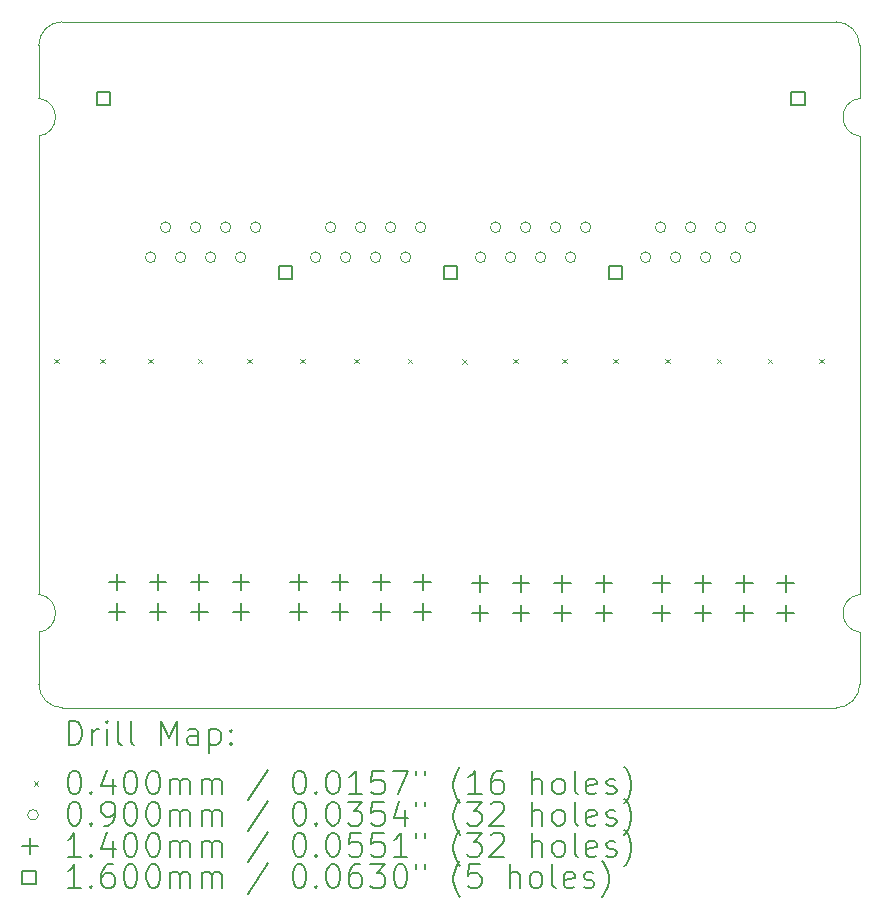
<source format=gbr>
%TF.GenerationSoftware,KiCad,Pcbnew,(6.0.9)*%
%TF.CreationDate,2023-11-10T22:20:47+05:30*%
%TF.ProjectId,RJ45-To-Terminal,524a3435-2d54-46f2-9d54-65726d696e61,2*%
%TF.SameCoordinates,Original*%
%TF.FileFunction,Drillmap*%
%TF.FilePolarity,Positive*%
%FSLAX45Y45*%
G04 Gerber Fmt 4.5, Leading zero omitted, Abs format (unit mm)*
G04 Created by KiCad (PCBNEW (6.0.9)) date 2023-11-10 22:20:47*
%MOMM*%
%LPD*%
G01*
G04 APERTURE LIST*
%ADD10C,0.050000*%
%ADD11C,0.200000*%
%ADD12C,0.040000*%
%ADD13C,0.090000*%
%ADD14C,0.140000*%
%ADD15C,0.160000*%
G04 APERTURE END LIST*
D10*
X11489600Y-7168200D02*
X11489600Y-11048200D01*
X11488019Y-6399981D02*
X11489600Y-6848200D01*
X11688019Y-6199981D02*
G75*
G03*
X11488019Y-6399981I0J-200000D01*
G01*
X11688019Y-6199981D02*
X18238019Y-6199981D01*
X18438019Y-6399981D02*
G75*
G03*
X18238019Y-6199981I-200000J0D01*
G01*
X18439600Y-7168200D02*
X18439600Y-11048200D01*
X18439600Y-11368200D02*
X18439600Y-11808200D01*
X18239600Y-12008200D02*
X11689600Y-12008200D01*
X18239600Y-12008200D02*
G75*
G03*
X18439600Y-11808200I0J200000D01*
G01*
X18439600Y-6848200D02*
G75*
G03*
X18439600Y-7168200I20070J-160000D01*
G01*
X11489600Y-11808200D02*
X11489600Y-11368200D01*
X11489600Y-11368200D02*
G75*
G03*
X11489600Y-11048200I-20070J160000D01*
G01*
X18439600Y-11048200D02*
G75*
G03*
X18439600Y-11368200I20070J-160000D01*
G01*
X18439600Y-6848200D02*
X18438019Y-6399981D01*
X11489600Y-7168200D02*
G75*
G03*
X11489600Y-6848200I-20070J160000D01*
G01*
X11489600Y-11808200D02*
G75*
G03*
X11689600Y-12008200I200000J0D01*
G01*
D11*
D12*
X11620140Y-9052170D02*
X11660140Y-9092170D01*
X11660140Y-9052170D02*
X11620140Y-9092170D01*
X12007850Y-9052170D02*
X12047850Y-9092170D01*
X12047850Y-9052170D02*
X12007850Y-9092170D01*
X12414250Y-9052170D02*
X12454250Y-9092170D01*
X12454250Y-9052170D02*
X12414250Y-9092170D01*
X12833350Y-9052170D02*
X12873350Y-9092170D01*
X12873350Y-9052170D02*
X12833350Y-9092170D01*
X13252450Y-9052170D02*
X13292450Y-9092170D01*
X13292450Y-9052170D02*
X13252450Y-9092170D01*
X13701050Y-9052170D02*
X13741050Y-9092170D01*
X13741050Y-9052170D02*
X13701050Y-9092170D01*
X14158465Y-9052170D02*
X14198465Y-9092170D01*
X14198465Y-9052170D02*
X14158465Y-9092170D01*
X14611350Y-9052170D02*
X14651350Y-9092170D01*
X14651350Y-9052170D02*
X14611350Y-9092170D01*
X15074260Y-9056380D02*
X15114260Y-9096380D01*
X15114260Y-9056380D02*
X15074260Y-9096380D01*
X15504930Y-9052170D02*
X15544930Y-9092170D01*
X15544930Y-9052170D02*
X15504930Y-9092170D01*
X15921700Y-9052170D02*
X15961700Y-9092170D01*
X15961700Y-9052170D02*
X15921700Y-9092170D01*
X16352750Y-9052170D02*
X16392750Y-9092170D01*
X16392750Y-9052170D02*
X16352750Y-9092170D01*
X16794930Y-9052170D02*
X16834930Y-9092170D01*
X16834930Y-9052170D02*
X16794930Y-9092170D01*
X17229050Y-9052170D02*
X17269050Y-9092170D01*
X17269050Y-9052170D02*
X17229050Y-9092170D01*
X17660850Y-9052170D02*
X17700850Y-9092170D01*
X17700850Y-9052170D02*
X17660850Y-9092170D01*
X18093480Y-9052170D02*
X18133480Y-9092170D01*
X18133480Y-9052170D02*
X18093480Y-9092170D01*
D13*
X12480840Y-8193940D02*
G75*
G03*
X12480840Y-8193940I-45000J0D01*
G01*
X12607840Y-7939940D02*
G75*
G03*
X12607840Y-7939940I-45000J0D01*
G01*
X12734840Y-8193940D02*
G75*
G03*
X12734840Y-8193940I-45000J0D01*
G01*
X12861840Y-7939940D02*
G75*
G03*
X12861840Y-7939940I-45000J0D01*
G01*
X12988840Y-8193940D02*
G75*
G03*
X12988840Y-8193940I-45000J0D01*
G01*
X13115840Y-7939940D02*
G75*
G03*
X13115840Y-7939940I-45000J0D01*
G01*
X13242840Y-8193940D02*
G75*
G03*
X13242840Y-8193940I-45000J0D01*
G01*
X13369840Y-7939940D02*
G75*
G03*
X13369840Y-7939940I-45000J0D01*
G01*
X13877840Y-8193940D02*
G75*
G03*
X13877840Y-8193940I-45000J0D01*
G01*
X14004840Y-7939940D02*
G75*
G03*
X14004840Y-7939940I-45000J0D01*
G01*
X14131840Y-8193940D02*
G75*
G03*
X14131840Y-8193940I-45000J0D01*
G01*
X14258840Y-7939940D02*
G75*
G03*
X14258840Y-7939940I-45000J0D01*
G01*
X14385840Y-8193940D02*
G75*
G03*
X14385840Y-8193940I-45000J0D01*
G01*
X14512840Y-7939940D02*
G75*
G03*
X14512840Y-7939940I-45000J0D01*
G01*
X14639840Y-8193940D02*
G75*
G03*
X14639840Y-8193940I-45000J0D01*
G01*
X14766840Y-7939940D02*
G75*
G03*
X14766840Y-7939940I-45000J0D01*
G01*
X15274840Y-8193940D02*
G75*
G03*
X15274840Y-8193940I-45000J0D01*
G01*
X15401840Y-7939940D02*
G75*
G03*
X15401840Y-7939940I-45000J0D01*
G01*
X15528840Y-8193940D02*
G75*
G03*
X15528840Y-8193940I-45000J0D01*
G01*
X15655840Y-7939940D02*
G75*
G03*
X15655840Y-7939940I-45000J0D01*
G01*
X15782840Y-8193940D02*
G75*
G03*
X15782840Y-8193940I-45000J0D01*
G01*
X15909840Y-7939940D02*
G75*
G03*
X15909840Y-7939940I-45000J0D01*
G01*
X16036840Y-8193940D02*
G75*
G03*
X16036840Y-8193940I-45000J0D01*
G01*
X16163840Y-7939940D02*
G75*
G03*
X16163840Y-7939940I-45000J0D01*
G01*
X16671840Y-8193940D02*
G75*
G03*
X16671840Y-8193940I-45000J0D01*
G01*
X16798840Y-7939940D02*
G75*
G03*
X16798840Y-7939940I-45000J0D01*
G01*
X16925840Y-8193940D02*
G75*
G03*
X16925840Y-8193940I-45000J0D01*
G01*
X17052840Y-7939940D02*
G75*
G03*
X17052840Y-7939940I-45000J0D01*
G01*
X17179840Y-8193940D02*
G75*
G03*
X17179840Y-8193940I-45000J0D01*
G01*
X17306840Y-7939940D02*
G75*
G03*
X17306840Y-7939940I-45000J0D01*
G01*
X17433840Y-8193940D02*
G75*
G03*
X17433840Y-8193940I-45000J0D01*
G01*
X17560840Y-7939940D02*
G75*
G03*
X17560840Y-7939940I-45000J0D01*
G01*
D14*
X12149600Y-10873730D02*
X12149600Y-11013730D01*
X12079600Y-10943730D02*
X12219600Y-10943730D01*
X12149600Y-11123730D02*
X12149600Y-11263730D01*
X12079600Y-11193730D02*
X12219600Y-11193730D01*
X12499600Y-10873730D02*
X12499600Y-11013730D01*
X12429600Y-10943730D02*
X12569600Y-10943730D01*
X12499600Y-11123730D02*
X12499600Y-11263730D01*
X12429600Y-11193730D02*
X12569600Y-11193730D01*
X12849600Y-10873730D02*
X12849600Y-11013730D01*
X12779600Y-10943730D02*
X12919600Y-10943730D01*
X12849600Y-11123730D02*
X12849600Y-11263730D01*
X12779600Y-11193730D02*
X12919600Y-11193730D01*
X13199600Y-10873730D02*
X13199600Y-11013730D01*
X13129600Y-10943730D02*
X13269600Y-10943730D01*
X13199600Y-11123730D02*
X13199600Y-11263730D01*
X13129600Y-11193730D02*
X13269600Y-11193730D01*
X13688840Y-10873730D02*
X13688840Y-11013730D01*
X13618840Y-10943730D02*
X13758840Y-10943730D01*
X13688840Y-11123730D02*
X13688840Y-11263730D01*
X13618840Y-11193730D02*
X13758840Y-11193730D01*
X14038840Y-10873730D02*
X14038840Y-11013730D01*
X13968840Y-10943730D02*
X14108840Y-10943730D01*
X14038840Y-11123730D02*
X14038840Y-11263730D01*
X13968840Y-11193730D02*
X14108840Y-11193730D01*
X14388840Y-10873730D02*
X14388840Y-11013730D01*
X14318840Y-10943730D02*
X14458840Y-10943730D01*
X14388840Y-11123730D02*
X14388840Y-11263730D01*
X14318840Y-11193730D02*
X14458840Y-11193730D01*
X14738840Y-10873730D02*
X14738840Y-11013730D01*
X14668840Y-10943730D02*
X14808840Y-10943730D01*
X14738840Y-11123730D02*
X14738840Y-11263730D01*
X14668840Y-11193730D02*
X14808840Y-11193730D01*
X15223000Y-10883890D02*
X15223000Y-11023890D01*
X15153000Y-10953890D02*
X15293000Y-10953890D01*
X15223000Y-11133890D02*
X15223000Y-11273890D01*
X15153000Y-11203890D02*
X15293000Y-11203890D01*
X15573000Y-10883890D02*
X15573000Y-11023890D01*
X15503000Y-10953890D02*
X15643000Y-10953890D01*
X15573000Y-11133890D02*
X15573000Y-11273890D01*
X15503000Y-11203890D02*
X15643000Y-11203890D01*
X15923000Y-10883890D02*
X15923000Y-11023890D01*
X15853000Y-10953890D02*
X15993000Y-10953890D01*
X15923000Y-11133890D02*
X15923000Y-11273890D01*
X15853000Y-11203890D02*
X15993000Y-11203890D01*
X16273000Y-10883890D02*
X16273000Y-11023890D01*
X16203000Y-10953890D02*
X16343000Y-10953890D01*
X16273000Y-11133890D02*
X16273000Y-11273890D01*
X16203000Y-11203890D02*
X16343000Y-11203890D01*
X16762240Y-10883890D02*
X16762240Y-11023890D01*
X16692240Y-10953890D02*
X16832240Y-10953890D01*
X16762240Y-11133890D02*
X16762240Y-11273890D01*
X16692240Y-11203890D02*
X16832240Y-11203890D01*
X17112240Y-10883890D02*
X17112240Y-11023890D01*
X17042240Y-10953890D02*
X17182240Y-10953890D01*
X17112240Y-11133890D02*
X17112240Y-11273890D01*
X17042240Y-11203890D02*
X17182240Y-11203890D01*
X17462240Y-10883890D02*
X17462240Y-11023890D01*
X17392240Y-10953890D02*
X17532240Y-10953890D01*
X17462240Y-11133890D02*
X17462240Y-11273890D01*
X17392240Y-11203890D02*
X17532240Y-11203890D01*
X17812240Y-10883890D02*
X17812240Y-11023890D01*
X17742240Y-10953890D02*
X17882240Y-10953890D01*
X17812240Y-11133890D02*
X17812240Y-11273890D01*
X17742240Y-11203890D02*
X17882240Y-11203890D01*
D15*
X12092409Y-6904509D02*
X12092409Y-6791371D01*
X11979271Y-6791371D01*
X11979271Y-6904509D01*
X12092409Y-6904509D01*
X13635409Y-8377509D02*
X13635409Y-8264371D01*
X13522271Y-8264371D01*
X13522271Y-8377509D01*
X13635409Y-8377509D01*
X15032409Y-8377509D02*
X15032409Y-8264371D01*
X14919271Y-8264371D01*
X14919271Y-8377509D01*
X15032409Y-8377509D01*
X16429409Y-8377509D02*
X16429409Y-8264371D01*
X16316271Y-8264371D01*
X16316271Y-8377509D01*
X16429409Y-8377509D01*
X17972409Y-6904509D02*
X17972409Y-6791371D01*
X17859271Y-6791371D01*
X17859271Y-6904509D01*
X17972409Y-6904509D01*
D11*
X11743138Y-12321176D02*
X11743138Y-12121176D01*
X11790757Y-12121176D01*
X11819328Y-12130700D01*
X11838376Y-12149748D01*
X11847899Y-12168795D01*
X11857423Y-12206890D01*
X11857423Y-12235462D01*
X11847899Y-12273557D01*
X11838376Y-12292605D01*
X11819328Y-12311652D01*
X11790757Y-12321176D01*
X11743138Y-12321176D01*
X11943138Y-12321176D02*
X11943138Y-12187843D01*
X11943138Y-12225938D02*
X11952661Y-12206890D01*
X11962185Y-12197367D01*
X11981233Y-12187843D01*
X12000280Y-12187843D01*
X12066947Y-12321176D02*
X12066947Y-12187843D01*
X12066947Y-12121176D02*
X12057423Y-12130700D01*
X12066947Y-12140224D01*
X12076471Y-12130700D01*
X12066947Y-12121176D01*
X12066947Y-12140224D01*
X12190757Y-12321176D02*
X12171709Y-12311652D01*
X12162185Y-12292605D01*
X12162185Y-12121176D01*
X12295519Y-12321176D02*
X12276471Y-12311652D01*
X12266947Y-12292605D01*
X12266947Y-12121176D01*
X12524090Y-12321176D02*
X12524090Y-12121176D01*
X12590757Y-12264033D01*
X12657423Y-12121176D01*
X12657423Y-12321176D01*
X12838376Y-12321176D02*
X12838376Y-12216414D01*
X12828852Y-12197367D01*
X12809804Y-12187843D01*
X12771709Y-12187843D01*
X12752661Y-12197367D01*
X12838376Y-12311652D02*
X12819328Y-12321176D01*
X12771709Y-12321176D01*
X12752661Y-12311652D01*
X12743138Y-12292605D01*
X12743138Y-12273557D01*
X12752661Y-12254509D01*
X12771709Y-12244986D01*
X12819328Y-12244986D01*
X12838376Y-12235462D01*
X12933614Y-12187843D02*
X12933614Y-12387843D01*
X12933614Y-12197367D02*
X12952661Y-12187843D01*
X12990757Y-12187843D01*
X13009804Y-12197367D01*
X13019328Y-12206890D01*
X13028852Y-12225938D01*
X13028852Y-12283081D01*
X13019328Y-12302128D01*
X13009804Y-12311652D01*
X12990757Y-12321176D01*
X12952661Y-12321176D01*
X12933614Y-12311652D01*
X13114566Y-12302128D02*
X13124090Y-12311652D01*
X13114566Y-12321176D01*
X13105042Y-12311652D01*
X13114566Y-12302128D01*
X13114566Y-12321176D01*
X13114566Y-12197367D02*
X13124090Y-12206890D01*
X13114566Y-12216414D01*
X13105042Y-12206890D01*
X13114566Y-12197367D01*
X13114566Y-12216414D01*
D12*
X11445519Y-12630700D02*
X11485519Y-12670700D01*
X11485519Y-12630700D02*
X11445519Y-12670700D01*
D11*
X11781233Y-12541176D02*
X11800280Y-12541176D01*
X11819328Y-12550700D01*
X11828852Y-12560224D01*
X11838376Y-12579271D01*
X11847899Y-12617367D01*
X11847899Y-12664986D01*
X11838376Y-12703081D01*
X11828852Y-12722128D01*
X11819328Y-12731652D01*
X11800280Y-12741176D01*
X11781233Y-12741176D01*
X11762185Y-12731652D01*
X11752661Y-12722128D01*
X11743138Y-12703081D01*
X11733614Y-12664986D01*
X11733614Y-12617367D01*
X11743138Y-12579271D01*
X11752661Y-12560224D01*
X11762185Y-12550700D01*
X11781233Y-12541176D01*
X11933614Y-12722128D02*
X11943138Y-12731652D01*
X11933614Y-12741176D01*
X11924090Y-12731652D01*
X11933614Y-12722128D01*
X11933614Y-12741176D01*
X12114566Y-12607843D02*
X12114566Y-12741176D01*
X12066947Y-12531652D02*
X12019328Y-12674509D01*
X12143138Y-12674509D01*
X12257423Y-12541176D02*
X12276471Y-12541176D01*
X12295519Y-12550700D01*
X12305042Y-12560224D01*
X12314566Y-12579271D01*
X12324090Y-12617367D01*
X12324090Y-12664986D01*
X12314566Y-12703081D01*
X12305042Y-12722128D01*
X12295519Y-12731652D01*
X12276471Y-12741176D01*
X12257423Y-12741176D01*
X12238376Y-12731652D01*
X12228852Y-12722128D01*
X12219328Y-12703081D01*
X12209804Y-12664986D01*
X12209804Y-12617367D01*
X12219328Y-12579271D01*
X12228852Y-12560224D01*
X12238376Y-12550700D01*
X12257423Y-12541176D01*
X12447899Y-12541176D02*
X12466947Y-12541176D01*
X12485995Y-12550700D01*
X12495519Y-12560224D01*
X12505042Y-12579271D01*
X12514566Y-12617367D01*
X12514566Y-12664986D01*
X12505042Y-12703081D01*
X12495519Y-12722128D01*
X12485995Y-12731652D01*
X12466947Y-12741176D01*
X12447899Y-12741176D01*
X12428852Y-12731652D01*
X12419328Y-12722128D01*
X12409804Y-12703081D01*
X12400280Y-12664986D01*
X12400280Y-12617367D01*
X12409804Y-12579271D01*
X12419328Y-12560224D01*
X12428852Y-12550700D01*
X12447899Y-12541176D01*
X12600280Y-12741176D02*
X12600280Y-12607843D01*
X12600280Y-12626890D02*
X12609804Y-12617367D01*
X12628852Y-12607843D01*
X12657423Y-12607843D01*
X12676471Y-12617367D01*
X12685995Y-12636414D01*
X12685995Y-12741176D01*
X12685995Y-12636414D02*
X12695519Y-12617367D01*
X12714566Y-12607843D01*
X12743138Y-12607843D01*
X12762185Y-12617367D01*
X12771709Y-12636414D01*
X12771709Y-12741176D01*
X12866947Y-12741176D02*
X12866947Y-12607843D01*
X12866947Y-12626890D02*
X12876471Y-12617367D01*
X12895519Y-12607843D01*
X12924090Y-12607843D01*
X12943138Y-12617367D01*
X12952661Y-12636414D01*
X12952661Y-12741176D01*
X12952661Y-12636414D02*
X12962185Y-12617367D01*
X12981233Y-12607843D01*
X13009804Y-12607843D01*
X13028852Y-12617367D01*
X13038376Y-12636414D01*
X13038376Y-12741176D01*
X13428852Y-12531652D02*
X13257423Y-12788795D01*
X13685995Y-12541176D02*
X13705042Y-12541176D01*
X13724090Y-12550700D01*
X13733614Y-12560224D01*
X13743138Y-12579271D01*
X13752661Y-12617367D01*
X13752661Y-12664986D01*
X13743138Y-12703081D01*
X13733614Y-12722128D01*
X13724090Y-12731652D01*
X13705042Y-12741176D01*
X13685995Y-12741176D01*
X13666947Y-12731652D01*
X13657423Y-12722128D01*
X13647899Y-12703081D01*
X13638376Y-12664986D01*
X13638376Y-12617367D01*
X13647899Y-12579271D01*
X13657423Y-12560224D01*
X13666947Y-12550700D01*
X13685995Y-12541176D01*
X13838376Y-12722128D02*
X13847899Y-12731652D01*
X13838376Y-12741176D01*
X13828852Y-12731652D01*
X13838376Y-12722128D01*
X13838376Y-12741176D01*
X13971709Y-12541176D02*
X13990757Y-12541176D01*
X14009804Y-12550700D01*
X14019328Y-12560224D01*
X14028852Y-12579271D01*
X14038376Y-12617367D01*
X14038376Y-12664986D01*
X14028852Y-12703081D01*
X14019328Y-12722128D01*
X14009804Y-12731652D01*
X13990757Y-12741176D01*
X13971709Y-12741176D01*
X13952661Y-12731652D01*
X13943138Y-12722128D01*
X13933614Y-12703081D01*
X13924090Y-12664986D01*
X13924090Y-12617367D01*
X13933614Y-12579271D01*
X13943138Y-12560224D01*
X13952661Y-12550700D01*
X13971709Y-12541176D01*
X14228852Y-12741176D02*
X14114566Y-12741176D01*
X14171709Y-12741176D02*
X14171709Y-12541176D01*
X14152661Y-12569748D01*
X14133614Y-12588795D01*
X14114566Y-12598319D01*
X14409804Y-12541176D02*
X14314566Y-12541176D01*
X14305042Y-12636414D01*
X14314566Y-12626890D01*
X14333614Y-12617367D01*
X14381233Y-12617367D01*
X14400280Y-12626890D01*
X14409804Y-12636414D01*
X14419328Y-12655462D01*
X14419328Y-12703081D01*
X14409804Y-12722128D01*
X14400280Y-12731652D01*
X14381233Y-12741176D01*
X14333614Y-12741176D01*
X14314566Y-12731652D01*
X14305042Y-12722128D01*
X14485995Y-12541176D02*
X14619328Y-12541176D01*
X14533614Y-12741176D01*
X14685995Y-12541176D02*
X14685995Y-12579271D01*
X14762185Y-12541176D02*
X14762185Y-12579271D01*
X15057423Y-12817367D02*
X15047899Y-12807843D01*
X15028852Y-12779271D01*
X15019328Y-12760224D01*
X15009804Y-12731652D01*
X15000280Y-12684033D01*
X15000280Y-12645938D01*
X15009804Y-12598319D01*
X15019328Y-12569748D01*
X15028852Y-12550700D01*
X15047899Y-12522128D01*
X15057423Y-12512605D01*
X15238376Y-12741176D02*
X15124090Y-12741176D01*
X15181233Y-12741176D02*
X15181233Y-12541176D01*
X15162185Y-12569748D01*
X15143138Y-12588795D01*
X15124090Y-12598319D01*
X15409804Y-12541176D02*
X15371709Y-12541176D01*
X15352661Y-12550700D01*
X15343138Y-12560224D01*
X15324090Y-12588795D01*
X15314566Y-12626890D01*
X15314566Y-12703081D01*
X15324090Y-12722128D01*
X15333614Y-12731652D01*
X15352661Y-12741176D01*
X15390757Y-12741176D01*
X15409804Y-12731652D01*
X15419328Y-12722128D01*
X15428852Y-12703081D01*
X15428852Y-12655462D01*
X15419328Y-12636414D01*
X15409804Y-12626890D01*
X15390757Y-12617367D01*
X15352661Y-12617367D01*
X15333614Y-12626890D01*
X15324090Y-12636414D01*
X15314566Y-12655462D01*
X15666947Y-12741176D02*
X15666947Y-12541176D01*
X15752661Y-12741176D02*
X15752661Y-12636414D01*
X15743138Y-12617367D01*
X15724090Y-12607843D01*
X15695518Y-12607843D01*
X15676471Y-12617367D01*
X15666947Y-12626890D01*
X15876471Y-12741176D02*
X15857423Y-12731652D01*
X15847899Y-12722128D01*
X15838376Y-12703081D01*
X15838376Y-12645938D01*
X15847899Y-12626890D01*
X15857423Y-12617367D01*
X15876471Y-12607843D01*
X15905042Y-12607843D01*
X15924090Y-12617367D01*
X15933614Y-12626890D01*
X15943138Y-12645938D01*
X15943138Y-12703081D01*
X15933614Y-12722128D01*
X15924090Y-12731652D01*
X15905042Y-12741176D01*
X15876471Y-12741176D01*
X16057423Y-12741176D02*
X16038376Y-12731652D01*
X16028852Y-12712605D01*
X16028852Y-12541176D01*
X16209804Y-12731652D02*
X16190757Y-12741176D01*
X16152661Y-12741176D01*
X16133614Y-12731652D01*
X16124090Y-12712605D01*
X16124090Y-12636414D01*
X16133614Y-12617367D01*
X16152661Y-12607843D01*
X16190757Y-12607843D01*
X16209804Y-12617367D01*
X16219328Y-12636414D01*
X16219328Y-12655462D01*
X16124090Y-12674509D01*
X16295518Y-12731652D02*
X16314566Y-12741176D01*
X16352661Y-12741176D01*
X16371709Y-12731652D01*
X16381233Y-12712605D01*
X16381233Y-12703081D01*
X16371709Y-12684033D01*
X16352661Y-12674509D01*
X16324090Y-12674509D01*
X16305042Y-12664986D01*
X16295518Y-12645938D01*
X16295518Y-12636414D01*
X16305042Y-12617367D01*
X16324090Y-12607843D01*
X16352661Y-12607843D01*
X16371709Y-12617367D01*
X16447899Y-12817367D02*
X16457423Y-12807843D01*
X16476471Y-12779271D01*
X16485995Y-12760224D01*
X16495518Y-12731652D01*
X16505042Y-12684033D01*
X16505042Y-12645938D01*
X16495518Y-12598319D01*
X16485995Y-12569748D01*
X16476471Y-12550700D01*
X16457423Y-12522128D01*
X16447899Y-12512605D01*
D13*
X11485519Y-12914700D02*
G75*
G03*
X11485519Y-12914700I-45000J0D01*
G01*
D11*
X11781233Y-12805176D02*
X11800280Y-12805176D01*
X11819328Y-12814700D01*
X11828852Y-12824224D01*
X11838376Y-12843271D01*
X11847899Y-12881367D01*
X11847899Y-12928986D01*
X11838376Y-12967081D01*
X11828852Y-12986128D01*
X11819328Y-12995652D01*
X11800280Y-13005176D01*
X11781233Y-13005176D01*
X11762185Y-12995652D01*
X11752661Y-12986128D01*
X11743138Y-12967081D01*
X11733614Y-12928986D01*
X11733614Y-12881367D01*
X11743138Y-12843271D01*
X11752661Y-12824224D01*
X11762185Y-12814700D01*
X11781233Y-12805176D01*
X11933614Y-12986128D02*
X11943138Y-12995652D01*
X11933614Y-13005176D01*
X11924090Y-12995652D01*
X11933614Y-12986128D01*
X11933614Y-13005176D01*
X12038376Y-13005176D02*
X12076471Y-13005176D01*
X12095519Y-12995652D01*
X12105042Y-12986128D01*
X12124090Y-12957557D01*
X12133614Y-12919462D01*
X12133614Y-12843271D01*
X12124090Y-12824224D01*
X12114566Y-12814700D01*
X12095519Y-12805176D01*
X12057423Y-12805176D01*
X12038376Y-12814700D01*
X12028852Y-12824224D01*
X12019328Y-12843271D01*
X12019328Y-12890890D01*
X12028852Y-12909938D01*
X12038376Y-12919462D01*
X12057423Y-12928986D01*
X12095519Y-12928986D01*
X12114566Y-12919462D01*
X12124090Y-12909938D01*
X12133614Y-12890890D01*
X12257423Y-12805176D02*
X12276471Y-12805176D01*
X12295519Y-12814700D01*
X12305042Y-12824224D01*
X12314566Y-12843271D01*
X12324090Y-12881367D01*
X12324090Y-12928986D01*
X12314566Y-12967081D01*
X12305042Y-12986128D01*
X12295519Y-12995652D01*
X12276471Y-13005176D01*
X12257423Y-13005176D01*
X12238376Y-12995652D01*
X12228852Y-12986128D01*
X12219328Y-12967081D01*
X12209804Y-12928986D01*
X12209804Y-12881367D01*
X12219328Y-12843271D01*
X12228852Y-12824224D01*
X12238376Y-12814700D01*
X12257423Y-12805176D01*
X12447899Y-12805176D02*
X12466947Y-12805176D01*
X12485995Y-12814700D01*
X12495519Y-12824224D01*
X12505042Y-12843271D01*
X12514566Y-12881367D01*
X12514566Y-12928986D01*
X12505042Y-12967081D01*
X12495519Y-12986128D01*
X12485995Y-12995652D01*
X12466947Y-13005176D01*
X12447899Y-13005176D01*
X12428852Y-12995652D01*
X12419328Y-12986128D01*
X12409804Y-12967081D01*
X12400280Y-12928986D01*
X12400280Y-12881367D01*
X12409804Y-12843271D01*
X12419328Y-12824224D01*
X12428852Y-12814700D01*
X12447899Y-12805176D01*
X12600280Y-13005176D02*
X12600280Y-12871843D01*
X12600280Y-12890890D02*
X12609804Y-12881367D01*
X12628852Y-12871843D01*
X12657423Y-12871843D01*
X12676471Y-12881367D01*
X12685995Y-12900414D01*
X12685995Y-13005176D01*
X12685995Y-12900414D02*
X12695519Y-12881367D01*
X12714566Y-12871843D01*
X12743138Y-12871843D01*
X12762185Y-12881367D01*
X12771709Y-12900414D01*
X12771709Y-13005176D01*
X12866947Y-13005176D02*
X12866947Y-12871843D01*
X12866947Y-12890890D02*
X12876471Y-12881367D01*
X12895519Y-12871843D01*
X12924090Y-12871843D01*
X12943138Y-12881367D01*
X12952661Y-12900414D01*
X12952661Y-13005176D01*
X12952661Y-12900414D02*
X12962185Y-12881367D01*
X12981233Y-12871843D01*
X13009804Y-12871843D01*
X13028852Y-12881367D01*
X13038376Y-12900414D01*
X13038376Y-13005176D01*
X13428852Y-12795652D02*
X13257423Y-13052795D01*
X13685995Y-12805176D02*
X13705042Y-12805176D01*
X13724090Y-12814700D01*
X13733614Y-12824224D01*
X13743138Y-12843271D01*
X13752661Y-12881367D01*
X13752661Y-12928986D01*
X13743138Y-12967081D01*
X13733614Y-12986128D01*
X13724090Y-12995652D01*
X13705042Y-13005176D01*
X13685995Y-13005176D01*
X13666947Y-12995652D01*
X13657423Y-12986128D01*
X13647899Y-12967081D01*
X13638376Y-12928986D01*
X13638376Y-12881367D01*
X13647899Y-12843271D01*
X13657423Y-12824224D01*
X13666947Y-12814700D01*
X13685995Y-12805176D01*
X13838376Y-12986128D02*
X13847899Y-12995652D01*
X13838376Y-13005176D01*
X13828852Y-12995652D01*
X13838376Y-12986128D01*
X13838376Y-13005176D01*
X13971709Y-12805176D02*
X13990757Y-12805176D01*
X14009804Y-12814700D01*
X14019328Y-12824224D01*
X14028852Y-12843271D01*
X14038376Y-12881367D01*
X14038376Y-12928986D01*
X14028852Y-12967081D01*
X14019328Y-12986128D01*
X14009804Y-12995652D01*
X13990757Y-13005176D01*
X13971709Y-13005176D01*
X13952661Y-12995652D01*
X13943138Y-12986128D01*
X13933614Y-12967081D01*
X13924090Y-12928986D01*
X13924090Y-12881367D01*
X13933614Y-12843271D01*
X13943138Y-12824224D01*
X13952661Y-12814700D01*
X13971709Y-12805176D01*
X14105042Y-12805176D02*
X14228852Y-12805176D01*
X14162185Y-12881367D01*
X14190757Y-12881367D01*
X14209804Y-12890890D01*
X14219328Y-12900414D01*
X14228852Y-12919462D01*
X14228852Y-12967081D01*
X14219328Y-12986128D01*
X14209804Y-12995652D01*
X14190757Y-13005176D01*
X14133614Y-13005176D01*
X14114566Y-12995652D01*
X14105042Y-12986128D01*
X14409804Y-12805176D02*
X14314566Y-12805176D01*
X14305042Y-12900414D01*
X14314566Y-12890890D01*
X14333614Y-12881367D01*
X14381233Y-12881367D01*
X14400280Y-12890890D01*
X14409804Y-12900414D01*
X14419328Y-12919462D01*
X14419328Y-12967081D01*
X14409804Y-12986128D01*
X14400280Y-12995652D01*
X14381233Y-13005176D01*
X14333614Y-13005176D01*
X14314566Y-12995652D01*
X14305042Y-12986128D01*
X14590757Y-12871843D02*
X14590757Y-13005176D01*
X14543138Y-12795652D02*
X14495519Y-12938509D01*
X14619328Y-12938509D01*
X14685995Y-12805176D02*
X14685995Y-12843271D01*
X14762185Y-12805176D02*
X14762185Y-12843271D01*
X15057423Y-13081367D02*
X15047899Y-13071843D01*
X15028852Y-13043271D01*
X15019328Y-13024224D01*
X15009804Y-12995652D01*
X15000280Y-12948033D01*
X15000280Y-12909938D01*
X15009804Y-12862319D01*
X15019328Y-12833748D01*
X15028852Y-12814700D01*
X15047899Y-12786128D01*
X15057423Y-12776605D01*
X15114566Y-12805176D02*
X15238376Y-12805176D01*
X15171709Y-12881367D01*
X15200280Y-12881367D01*
X15219328Y-12890890D01*
X15228852Y-12900414D01*
X15238376Y-12919462D01*
X15238376Y-12967081D01*
X15228852Y-12986128D01*
X15219328Y-12995652D01*
X15200280Y-13005176D01*
X15143138Y-13005176D01*
X15124090Y-12995652D01*
X15114566Y-12986128D01*
X15314566Y-12824224D02*
X15324090Y-12814700D01*
X15343138Y-12805176D01*
X15390757Y-12805176D01*
X15409804Y-12814700D01*
X15419328Y-12824224D01*
X15428852Y-12843271D01*
X15428852Y-12862319D01*
X15419328Y-12890890D01*
X15305042Y-13005176D01*
X15428852Y-13005176D01*
X15666947Y-13005176D02*
X15666947Y-12805176D01*
X15752661Y-13005176D02*
X15752661Y-12900414D01*
X15743138Y-12881367D01*
X15724090Y-12871843D01*
X15695518Y-12871843D01*
X15676471Y-12881367D01*
X15666947Y-12890890D01*
X15876471Y-13005176D02*
X15857423Y-12995652D01*
X15847899Y-12986128D01*
X15838376Y-12967081D01*
X15838376Y-12909938D01*
X15847899Y-12890890D01*
X15857423Y-12881367D01*
X15876471Y-12871843D01*
X15905042Y-12871843D01*
X15924090Y-12881367D01*
X15933614Y-12890890D01*
X15943138Y-12909938D01*
X15943138Y-12967081D01*
X15933614Y-12986128D01*
X15924090Y-12995652D01*
X15905042Y-13005176D01*
X15876471Y-13005176D01*
X16057423Y-13005176D02*
X16038376Y-12995652D01*
X16028852Y-12976605D01*
X16028852Y-12805176D01*
X16209804Y-12995652D02*
X16190757Y-13005176D01*
X16152661Y-13005176D01*
X16133614Y-12995652D01*
X16124090Y-12976605D01*
X16124090Y-12900414D01*
X16133614Y-12881367D01*
X16152661Y-12871843D01*
X16190757Y-12871843D01*
X16209804Y-12881367D01*
X16219328Y-12900414D01*
X16219328Y-12919462D01*
X16124090Y-12938509D01*
X16295518Y-12995652D02*
X16314566Y-13005176D01*
X16352661Y-13005176D01*
X16371709Y-12995652D01*
X16381233Y-12976605D01*
X16381233Y-12967081D01*
X16371709Y-12948033D01*
X16352661Y-12938509D01*
X16324090Y-12938509D01*
X16305042Y-12928986D01*
X16295518Y-12909938D01*
X16295518Y-12900414D01*
X16305042Y-12881367D01*
X16324090Y-12871843D01*
X16352661Y-12871843D01*
X16371709Y-12881367D01*
X16447899Y-13081367D02*
X16457423Y-13071843D01*
X16476471Y-13043271D01*
X16485995Y-13024224D01*
X16495518Y-12995652D01*
X16505042Y-12948033D01*
X16505042Y-12909938D01*
X16495518Y-12862319D01*
X16485995Y-12833748D01*
X16476471Y-12814700D01*
X16457423Y-12786128D01*
X16447899Y-12776605D01*
D14*
X11415519Y-13108700D02*
X11415519Y-13248700D01*
X11345519Y-13178700D02*
X11485519Y-13178700D01*
D11*
X11847899Y-13269176D02*
X11733614Y-13269176D01*
X11790757Y-13269176D02*
X11790757Y-13069176D01*
X11771709Y-13097748D01*
X11752661Y-13116795D01*
X11733614Y-13126319D01*
X11933614Y-13250128D02*
X11943138Y-13259652D01*
X11933614Y-13269176D01*
X11924090Y-13259652D01*
X11933614Y-13250128D01*
X11933614Y-13269176D01*
X12114566Y-13135843D02*
X12114566Y-13269176D01*
X12066947Y-13059652D02*
X12019328Y-13202509D01*
X12143138Y-13202509D01*
X12257423Y-13069176D02*
X12276471Y-13069176D01*
X12295519Y-13078700D01*
X12305042Y-13088224D01*
X12314566Y-13107271D01*
X12324090Y-13145367D01*
X12324090Y-13192986D01*
X12314566Y-13231081D01*
X12305042Y-13250128D01*
X12295519Y-13259652D01*
X12276471Y-13269176D01*
X12257423Y-13269176D01*
X12238376Y-13259652D01*
X12228852Y-13250128D01*
X12219328Y-13231081D01*
X12209804Y-13192986D01*
X12209804Y-13145367D01*
X12219328Y-13107271D01*
X12228852Y-13088224D01*
X12238376Y-13078700D01*
X12257423Y-13069176D01*
X12447899Y-13069176D02*
X12466947Y-13069176D01*
X12485995Y-13078700D01*
X12495519Y-13088224D01*
X12505042Y-13107271D01*
X12514566Y-13145367D01*
X12514566Y-13192986D01*
X12505042Y-13231081D01*
X12495519Y-13250128D01*
X12485995Y-13259652D01*
X12466947Y-13269176D01*
X12447899Y-13269176D01*
X12428852Y-13259652D01*
X12419328Y-13250128D01*
X12409804Y-13231081D01*
X12400280Y-13192986D01*
X12400280Y-13145367D01*
X12409804Y-13107271D01*
X12419328Y-13088224D01*
X12428852Y-13078700D01*
X12447899Y-13069176D01*
X12600280Y-13269176D02*
X12600280Y-13135843D01*
X12600280Y-13154890D02*
X12609804Y-13145367D01*
X12628852Y-13135843D01*
X12657423Y-13135843D01*
X12676471Y-13145367D01*
X12685995Y-13164414D01*
X12685995Y-13269176D01*
X12685995Y-13164414D02*
X12695519Y-13145367D01*
X12714566Y-13135843D01*
X12743138Y-13135843D01*
X12762185Y-13145367D01*
X12771709Y-13164414D01*
X12771709Y-13269176D01*
X12866947Y-13269176D02*
X12866947Y-13135843D01*
X12866947Y-13154890D02*
X12876471Y-13145367D01*
X12895519Y-13135843D01*
X12924090Y-13135843D01*
X12943138Y-13145367D01*
X12952661Y-13164414D01*
X12952661Y-13269176D01*
X12952661Y-13164414D02*
X12962185Y-13145367D01*
X12981233Y-13135843D01*
X13009804Y-13135843D01*
X13028852Y-13145367D01*
X13038376Y-13164414D01*
X13038376Y-13269176D01*
X13428852Y-13059652D02*
X13257423Y-13316795D01*
X13685995Y-13069176D02*
X13705042Y-13069176D01*
X13724090Y-13078700D01*
X13733614Y-13088224D01*
X13743138Y-13107271D01*
X13752661Y-13145367D01*
X13752661Y-13192986D01*
X13743138Y-13231081D01*
X13733614Y-13250128D01*
X13724090Y-13259652D01*
X13705042Y-13269176D01*
X13685995Y-13269176D01*
X13666947Y-13259652D01*
X13657423Y-13250128D01*
X13647899Y-13231081D01*
X13638376Y-13192986D01*
X13638376Y-13145367D01*
X13647899Y-13107271D01*
X13657423Y-13088224D01*
X13666947Y-13078700D01*
X13685995Y-13069176D01*
X13838376Y-13250128D02*
X13847899Y-13259652D01*
X13838376Y-13269176D01*
X13828852Y-13259652D01*
X13838376Y-13250128D01*
X13838376Y-13269176D01*
X13971709Y-13069176D02*
X13990757Y-13069176D01*
X14009804Y-13078700D01*
X14019328Y-13088224D01*
X14028852Y-13107271D01*
X14038376Y-13145367D01*
X14038376Y-13192986D01*
X14028852Y-13231081D01*
X14019328Y-13250128D01*
X14009804Y-13259652D01*
X13990757Y-13269176D01*
X13971709Y-13269176D01*
X13952661Y-13259652D01*
X13943138Y-13250128D01*
X13933614Y-13231081D01*
X13924090Y-13192986D01*
X13924090Y-13145367D01*
X13933614Y-13107271D01*
X13943138Y-13088224D01*
X13952661Y-13078700D01*
X13971709Y-13069176D01*
X14219328Y-13069176D02*
X14124090Y-13069176D01*
X14114566Y-13164414D01*
X14124090Y-13154890D01*
X14143138Y-13145367D01*
X14190757Y-13145367D01*
X14209804Y-13154890D01*
X14219328Y-13164414D01*
X14228852Y-13183462D01*
X14228852Y-13231081D01*
X14219328Y-13250128D01*
X14209804Y-13259652D01*
X14190757Y-13269176D01*
X14143138Y-13269176D01*
X14124090Y-13259652D01*
X14114566Y-13250128D01*
X14409804Y-13069176D02*
X14314566Y-13069176D01*
X14305042Y-13164414D01*
X14314566Y-13154890D01*
X14333614Y-13145367D01*
X14381233Y-13145367D01*
X14400280Y-13154890D01*
X14409804Y-13164414D01*
X14419328Y-13183462D01*
X14419328Y-13231081D01*
X14409804Y-13250128D01*
X14400280Y-13259652D01*
X14381233Y-13269176D01*
X14333614Y-13269176D01*
X14314566Y-13259652D01*
X14305042Y-13250128D01*
X14609804Y-13269176D02*
X14495519Y-13269176D01*
X14552661Y-13269176D02*
X14552661Y-13069176D01*
X14533614Y-13097748D01*
X14514566Y-13116795D01*
X14495519Y-13126319D01*
X14685995Y-13069176D02*
X14685995Y-13107271D01*
X14762185Y-13069176D02*
X14762185Y-13107271D01*
X15057423Y-13345367D02*
X15047899Y-13335843D01*
X15028852Y-13307271D01*
X15019328Y-13288224D01*
X15009804Y-13259652D01*
X15000280Y-13212033D01*
X15000280Y-13173938D01*
X15009804Y-13126319D01*
X15019328Y-13097748D01*
X15028852Y-13078700D01*
X15047899Y-13050128D01*
X15057423Y-13040605D01*
X15114566Y-13069176D02*
X15238376Y-13069176D01*
X15171709Y-13145367D01*
X15200280Y-13145367D01*
X15219328Y-13154890D01*
X15228852Y-13164414D01*
X15238376Y-13183462D01*
X15238376Y-13231081D01*
X15228852Y-13250128D01*
X15219328Y-13259652D01*
X15200280Y-13269176D01*
X15143138Y-13269176D01*
X15124090Y-13259652D01*
X15114566Y-13250128D01*
X15314566Y-13088224D02*
X15324090Y-13078700D01*
X15343138Y-13069176D01*
X15390757Y-13069176D01*
X15409804Y-13078700D01*
X15419328Y-13088224D01*
X15428852Y-13107271D01*
X15428852Y-13126319D01*
X15419328Y-13154890D01*
X15305042Y-13269176D01*
X15428852Y-13269176D01*
X15666947Y-13269176D02*
X15666947Y-13069176D01*
X15752661Y-13269176D02*
X15752661Y-13164414D01*
X15743138Y-13145367D01*
X15724090Y-13135843D01*
X15695518Y-13135843D01*
X15676471Y-13145367D01*
X15666947Y-13154890D01*
X15876471Y-13269176D02*
X15857423Y-13259652D01*
X15847899Y-13250128D01*
X15838376Y-13231081D01*
X15838376Y-13173938D01*
X15847899Y-13154890D01*
X15857423Y-13145367D01*
X15876471Y-13135843D01*
X15905042Y-13135843D01*
X15924090Y-13145367D01*
X15933614Y-13154890D01*
X15943138Y-13173938D01*
X15943138Y-13231081D01*
X15933614Y-13250128D01*
X15924090Y-13259652D01*
X15905042Y-13269176D01*
X15876471Y-13269176D01*
X16057423Y-13269176D02*
X16038376Y-13259652D01*
X16028852Y-13240605D01*
X16028852Y-13069176D01*
X16209804Y-13259652D02*
X16190757Y-13269176D01*
X16152661Y-13269176D01*
X16133614Y-13259652D01*
X16124090Y-13240605D01*
X16124090Y-13164414D01*
X16133614Y-13145367D01*
X16152661Y-13135843D01*
X16190757Y-13135843D01*
X16209804Y-13145367D01*
X16219328Y-13164414D01*
X16219328Y-13183462D01*
X16124090Y-13202509D01*
X16295518Y-13259652D02*
X16314566Y-13269176D01*
X16352661Y-13269176D01*
X16371709Y-13259652D01*
X16381233Y-13240605D01*
X16381233Y-13231081D01*
X16371709Y-13212033D01*
X16352661Y-13202509D01*
X16324090Y-13202509D01*
X16305042Y-13192986D01*
X16295518Y-13173938D01*
X16295518Y-13164414D01*
X16305042Y-13145367D01*
X16324090Y-13135843D01*
X16352661Y-13135843D01*
X16371709Y-13145367D01*
X16447899Y-13345367D02*
X16457423Y-13335843D01*
X16476471Y-13307271D01*
X16485995Y-13288224D01*
X16495518Y-13259652D01*
X16505042Y-13212033D01*
X16505042Y-13173938D01*
X16495518Y-13126319D01*
X16485995Y-13097748D01*
X16476471Y-13078700D01*
X16457423Y-13050128D01*
X16447899Y-13040605D01*
D15*
X11462088Y-13499269D02*
X11462088Y-13386131D01*
X11348949Y-13386131D01*
X11348949Y-13499269D01*
X11462088Y-13499269D01*
D11*
X11847899Y-13533176D02*
X11733614Y-13533176D01*
X11790757Y-13533176D02*
X11790757Y-13333176D01*
X11771709Y-13361748D01*
X11752661Y-13380795D01*
X11733614Y-13390319D01*
X11933614Y-13514128D02*
X11943138Y-13523652D01*
X11933614Y-13533176D01*
X11924090Y-13523652D01*
X11933614Y-13514128D01*
X11933614Y-13533176D01*
X12114566Y-13333176D02*
X12076471Y-13333176D01*
X12057423Y-13342700D01*
X12047899Y-13352224D01*
X12028852Y-13380795D01*
X12019328Y-13418890D01*
X12019328Y-13495081D01*
X12028852Y-13514128D01*
X12038376Y-13523652D01*
X12057423Y-13533176D01*
X12095519Y-13533176D01*
X12114566Y-13523652D01*
X12124090Y-13514128D01*
X12133614Y-13495081D01*
X12133614Y-13447462D01*
X12124090Y-13428414D01*
X12114566Y-13418890D01*
X12095519Y-13409367D01*
X12057423Y-13409367D01*
X12038376Y-13418890D01*
X12028852Y-13428414D01*
X12019328Y-13447462D01*
X12257423Y-13333176D02*
X12276471Y-13333176D01*
X12295519Y-13342700D01*
X12305042Y-13352224D01*
X12314566Y-13371271D01*
X12324090Y-13409367D01*
X12324090Y-13456986D01*
X12314566Y-13495081D01*
X12305042Y-13514128D01*
X12295519Y-13523652D01*
X12276471Y-13533176D01*
X12257423Y-13533176D01*
X12238376Y-13523652D01*
X12228852Y-13514128D01*
X12219328Y-13495081D01*
X12209804Y-13456986D01*
X12209804Y-13409367D01*
X12219328Y-13371271D01*
X12228852Y-13352224D01*
X12238376Y-13342700D01*
X12257423Y-13333176D01*
X12447899Y-13333176D02*
X12466947Y-13333176D01*
X12485995Y-13342700D01*
X12495519Y-13352224D01*
X12505042Y-13371271D01*
X12514566Y-13409367D01*
X12514566Y-13456986D01*
X12505042Y-13495081D01*
X12495519Y-13514128D01*
X12485995Y-13523652D01*
X12466947Y-13533176D01*
X12447899Y-13533176D01*
X12428852Y-13523652D01*
X12419328Y-13514128D01*
X12409804Y-13495081D01*
X12400280Y-13456986D01*
X12400280Y-13409367D01*
X12409804Y-13371271D01*
X12419328Y-13352224D01*
X12428852Y-13342700D01*
X12447899Y-13333176D01*
X12600280Y-13533176D02*
X12600280Y-13399843D01*
X12600280Y-13418890D02*
X12609804Y-13409367D01*
X12628852Y-13399843D01*
X12657423Y-13399843D01*
X12676471Y-13409367D01*
X12685995Y-13428414D01*
X12685995Y-13533176D01*
X12685995Y-13428414D02*
X12695519Y-13409367D01*
X12714566Y-13399843D01*
X12743138Y-13399843D01*
X12762185Y-13409367D01*
X12771709Y-13428414D01*
X12771709Y-13533176D01*
X12866947Y-13533176D02*
X12866947Y-13399843D01*
X12866947Y-13418890D02*
X12876471Y-13409367D01*
X12895519Y-13399843D01*
X12924090Y-13399843D01*
X12943138Y-13409367D01*
X12952661Y-13428414D01*
X12952661Y-13533176D01*
X12952661Y-13428414D02*
X12962185Y-13409367D01*
X12981233Y-13399843D01*
X13009804Y-13399843D01*
X13028852Y-13409367D01*
X13038376Y-13428414D01*
X13038376Y-13533176D01*
X13428852Y-13323652D02*
X13257423Y-13580795D01*
X13685995Y-13333176D02*
X13705042Y-13333176D01*
X13724090Y-13342700D01*
X13733614Y-13352224D01*
X13743138Y-13371271D01*
X13752661Y-13409367D01*
X13752661Y-13456986D01*
X13743138Y-13495081D01*
X13733614Y-13514128D01*
X13724090Y-13523652D01*
X13705042Y-13533176D01*
X13685995Y-13533176D01*
X13666947Y-13523652D01*
X13657423Y-13514128D01*
X13647899Y-13495081D01*
X13638376Y-13456986D01*
X13638376Y-13409367D01*
X13647899Y-13371271D01*
X13657423Y-13352224D01*
X13666947Y-13342700D01*
X13685995Y-13333176D01*
X13838376Y-13514128D02*
X13847899Y-13523652D01*
X13838376Y-13533176D01*
X13828852Y-13523652D01*
X13838376Y-13514128D01*
X13838376Y-13533176D01*
X13971709Y-13333176D02*
X13990757Y-13333176D01*
X14009804Y-13342700D01*
X14019328Y-13352224D01*
X14028852Y-13371271D01*
X14038376Y-13409367D01*
X14038376Y-13456986D01*
X14028852Y-13495081D01*
X14019328Y-13514128D01*
X14009804Y-13523652D01*
X13990757Y-13533176D01*
X13971709Y-13533176D01*
X13952661Y-13523652D01*
X13943138Y-13514128D01*
X13933614Y-13495081D01*
X13924090Y-13456986D01*
X13924090Y-13409367D01*
X13933614Y-13371271D01*
X13943138Y-13352224D01*
X13952661Y-13342700D01*
X13971709Y-13333176D01*
X14209804Y-13333176D02*
X14171709Y-13333176D01*
X14152661Y-13342700D01*
X14143138Y-13352224D01*
X14124090Y-13380795D01*
X14114566Y-13418890D01*
X14114566Y-13495081D01*
X14124090Y-13514128D01*
X14133614Y-13523652D01*
X14152661Y-13533176D01*
X14190757Y-13533176D01*
X14209804Y-13523652D01*
X14219328Y-13514128D01*
X14228852Y-13495081D01*
X14228852Y-13447462D01*
X14219328Y-13428414D01*
X14209804Y-13418890D01*
X14190757Y-13409367D01*
X14152661Y-13409367D01*
X14133614Y-13418890D01*
X14124090Y-13428414D01*
X14114566Y-13447462D01*
X14295519Y-13333176D02*
X14419328Y-13333176D01*
X14352661Y-13409367D01*
X14381233Y-13409367D01*
X14400280Y-13418890D01*
X14409804Y-13428414D01*
X14419328Y-13447462D01*
X14419328Y-13495081D01*
X14409804Y-13514128D01*
X14400280Y-13523652D01*
X14381233Y-13533176D01*
X14324090Y-13533176D01*
X14305042Y-13523652D01*
X14295519Y-13514128D01*
X14543138Y-13333176D02*
X14562185Y-13333176D01*
X14581233Y-13342700D01*
X14590757Y-13352224D01*
X14600280Y-13371271D01*
X14609804Y-13409367D01*
X14609804Y-13456986D01*
X14600280Y-13495081D01*
X14590757Y-13514128D01*
X14581233Y-13523652D01*
X14562185Y-13533176D01*
X14543138Y-13533176D01*
X14524090Y-13523652D01*
X14514566Y-13514128D01*
X14505042Y-13495081D01*
X14495519Y-13456986D01*
X14495519Y-13409367D01*
X14505042Y-13371271D01*
X14514566Y-13352224D01*
X14524090Y-13342700D01*
X14543138Y-13333176D01*
X14685995Y-13333176D02*
X14685995Y-13371271D01*
X14762185Y-13333176D02*
X14762185Y-13371271D01*
X15057423Y-13609367D02*
X15047899Y-13599843D01*
X15028852Y-13571271D01*
X15019328Y-13552224D01*
X15009804Y-13523652D01*
X15000280Y-13476033D01*
X15000280Y-13437938D01*
X15009804Y-13390319D01*
X15019328Y-13361748D01*
X15028852Y-13342700D01*
X15047899Y-13314128D01*
X15057423Y-13304605D01*
X15228852Y-13333176D02*
X15133614Y-13333176D01*
X15124090Y-13428414D01*
X15133614Y-13418890D01*
X15152661Y-13409367D01*
X15200280Y-13409367D01*
X15219328Y-13418890D01*
X15228852Y-13428414D01*
X15238376Y-13447462D01*
X15238376Y-13495081D01*
X15228852Y-13514128D01*
X15219328Y-13523652D01*
X15200280Y-13533176D01*
X15152661Y-13533176D01*
X15133614Y-13523652D01*
X15124090Y-13514128D01*
X15476471Y-13533176D02*
X15476471Y-13333176D01*
X15562185Y-13533176D02*
X15562185Y-13428414D01*
X15552661Y-13409367D01*
X15533614Y-13399843D01*
X15505042Y-13399843D01*
X15485995Y-13409367D01*
X15476471Y-13418890D01*
X15685995Y-13533176D02*
X15666947Y-13523652D01*
X15657423Y-13514128D01*
X15647899Y-13495081D01*
X15647899Y-13437938D01*
X15657423Y-13418890D01*
X15666947Y-13409367D01*
X15685995Y-13399843D01*
X15714566Y-13399843D01*
X15733614Y-13409367D01*
X15743138Y-13418890D01*
X15752661Y-13437938D01*
X15752661Y-13495081D01*
X15743138Y-13514128D01*
X15733614Y-13523652D01*
X15714566Y-13533176D01*
X15685995Y-13533176D01*
X15866947Y-13533176D02*
X15847899Y-13523652D01*
X15838376Y-13504605D01*
X15838376Y-13333176D01*
X16019328Y-13523652D02*
X16000280Y-13533176D01*
X15962185Y-13533176D01*
X15943138Y-13523652D01*
X15933614Y-13504605D01*
X15933614Y-13428414D01*
X15943138Y-13409367D01*
X15962185Y-13399843D01*
X16000280Y-13399843D01*
X16019328Y-13409367D01*
X16028852Y-13428414D01*
X16028852Y-13447462D01*
X15933614Y-13466509D01*
X16105042Y-13523652D02*
X16124090Y-13533176D01*
X16162185Y-13533176D01*
X16181233Y-13523652D01*
X16190757Y-13504605D01*
X16190757Y-13495081D01*
X16181233Y-13476033D01*
X16162185Y-13466509D01*
X16133614Y-13466509D01*
X16114566Y-13456986D01*
X16105042Y-13437938D01*
X16105042Y-13428414D01*
X16114566Y-13409367D01*
X16133614Y-13399843D01*
X16162185Y-13399843D01*
X16181233Y-13409367D01*
X16257423Y-13609367D02*
X16266947Y-13599843D01*
X16285995Y-13571271D01*
X16295518Y-13552224D01*
X16305042Y-13523652D01*
X16314566Y-13476033D01*
X16314566Y-13437938D01*
X16305042Y-13390319D01*
X16295518Y-13361748D01*
X16285995Y-13342700D01*
X16266947Y-13314128D01*
X16257423Y-13304605D01*
M02*

</source>
